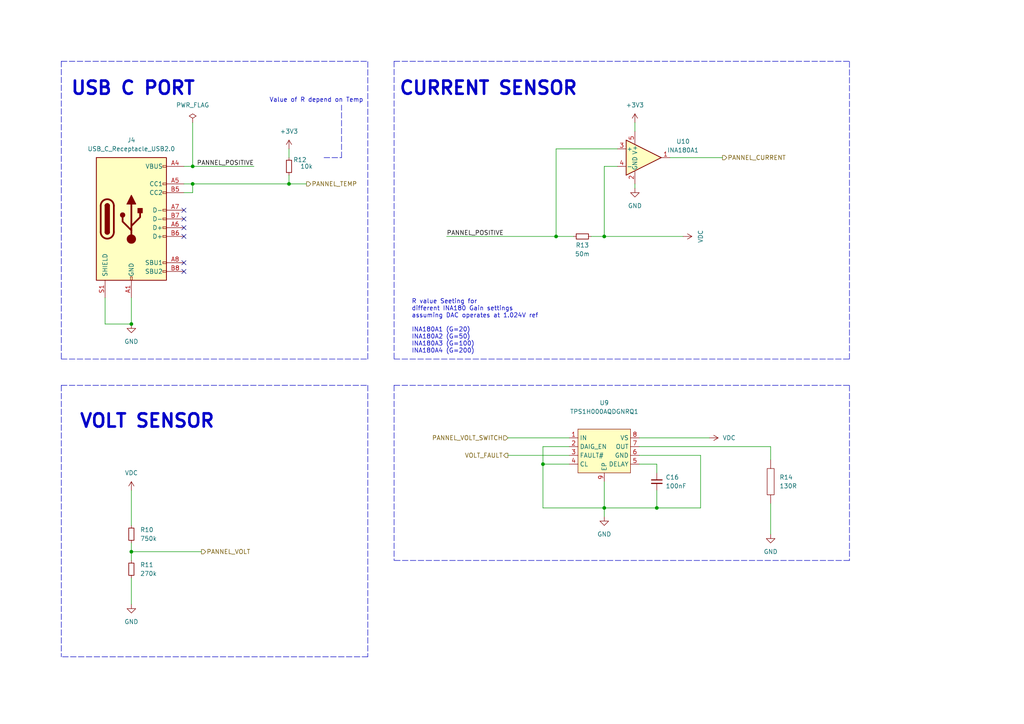
<source format=kicad_sch>
(kicad_sch (version 20211123) (generator eeschema)

  (uuid 1fe5b5b4-66e0-458a-8480-193c043d0cac)

  (paper "A4")

  (lib_symbols
    (symbol "Amplifier_Current:INA180A1" (pin_names (offset 0.127)) (in_bom yes) (on_board yes)
      (property "Reference" "U" (id 0) (at 3.81 3.81 0)
        (effects (font (size 1.27 1.27)) (justify left))
      )
      (property "Value" "INA180A1" (id 1) (at 3.81 -2.54 0)
        (effects (font (size 1.27 1.27)) (justify left))
      )
      (property "Footprint" "Package_TO_SOT_SMD:SOT-23-5" (id 2) (at 1.27 1.27 0)
        (effects (font (size 1.27 1.27)) hide)
      )
      (property "Datasheet" "http://www.ti.com/lit/ds/symlink/ina180.pdf" (id 3) (at 3.81 3.81 0)
        (effects (font (size 1.27 1.27)) hide)
      )
      (property "ki_keywords" "current monitor shunt sensor" (id 4) (at 0 0 0)
        (effects (font (size 1.27 1.27)) hide)
      )
      (property "ki_description" "Current Sense Amplifier, 1 Circuit, Rail-to-Rail, 26V, Gain 20 V/V, SOT-23-5" (id 5) (at 0 0 0)
        (effects (font (size 1.27 1.27)) hide)
      )
      (property "ki_fp_filters" "SOT?23*" (id 6) (at 0 0 0)
        (effects (font (size 1.27 1.27)) hide)
      )
      (symbol "INA180A1_0_1"
        (polyline
          (pts
            (xy 5.08 0)
            (xy -5.08 5.08)
            (xy -5.08 -5.08)
            (xy 5.08 0)
          )
          (stroke (width 0.254) (type default) (color 0 0 0 0))
          (fill (type background))
        )
      )
      (symbol "INA180A1_1_1"
        (pin output line (at 7.62 0 180) (length 2.54)
          (name "~" (effects (font (size 1.27 1.27))))
          (number "1" (effects (font (size 1.27 1.27))))
        )
        (pin power_in line (at -2.54 -7.62 90) (length 3.81)
          (name "GND" (effects (font (size 1.27 1.27))))
          (number "2" (effects (font (size 1.27 1.27))))
        )
        (pin input line (at -7.62 2.54 0) (length 2.54)
          (name "+" (effects (font (size 1.27 1.27))))
          (number "3" (effects (font (size 1.27 1.27))))
        )
        (pin input line (at -7.62 -2.54 0) (length 2.54)
          (name "-" (effects (font (size 1.27 1.27))))
          (number "4" (effects (font (size 1.27 1.27))))
        )
        (pin power_in line (at -2.54 7.62 270) (length 3.81)
          (name "V+" (effects (font (size 1.27 1.27))))
          (number "5" (effects (font (size 1.27 1.27))))
        )
      )
    )
    (symbol "Connector:USB_C_Receptacle_USB2.0" (pin_names (offset 1.016)) (in_bom yes) (on_board yes)
      (property "Reference" "J" (id 0) (at -10.16 19.05 0)
        (effects (font (size 1.27 1.27)) (justify left))
      )
      (property "Value" "USB_C_Receptacle_USB2.0" (id 1) (at 19.05 19.05 0)
        (effects (font (size 1.27 1.27)) (justify right))
      )
      (property "Footprint" "" (id 2) (at 3.81 0 0)
        (effects (font (size 1.27 1.27)) hide)
      )
      (property "Datasheet" "https://www.usb.org/sites/default/files/documents/usb_type-c.zip" (id 3) (at 3.81 0 0)
        (effects (font (size 1.27 1.27)) hide)
      )
      (property "ki_keywords" "usb universal serial bus type-C USB2.0" (id 4) (at 0 0 0)
        (effects (font (size 1.27 1.27)) hide)
      )
      (property "ki_description" "USB 2.0-only Type-C Receptacle connector" (id 5) (at 0 0 0)
        (effects (font (size 1.27 1.27)) hide)
      )
      (property "ki_fp_filters" "USB*C*Receptacle*" (id 6) (at 0 0 0)
        (effects (font (size 1.27 1.27)) hide)
      )
      (symbol "USB_C_Receptacle_USB2.0_0_0"
        (rectangle (start -0.254 -17.78) (end 0.254 -16.764)
          (stroke (width 0) (type default) (color 0 0 0 0))
          (fill (type none))
        )
        (rectangle (start 10.16 -14.986) (end 9.144 -15.494)
          (stroke (width 0) (type default) (color 0 0 0 0))
          (fill (type none))
        )
        (rectangle (start 10.16 -12.446) (end 9.144 -12.954)
          (stroke (width 0) (type default) (color 0 0 0 0))
          (fill (type none))
        )
        (rectangle (start 10.16 -4.826) (end 9.144 -5.334)
          (stroke (width 0) (type default) (color 0 0 0 0))
          (fill (type none))
        )
        (rectangle (start 10.16 -2.286) (end 9.144 -2.794)
          (stroke (width 0) (type default) (color 0 0 0 0))
          (fill (type none))
        )
        (rectangle (start 10.16 0.254) (end 9.144 -0.254)
          (stroke (width 0) (type default) (color 0 0 0 0))
          (fill (type none))
        )
        (rectangle (start 10.16 2.794) (end 9.144 2.286)
          (stroke (width 0) (type default) (color 0 0 0 0))
          (fill (type none))
        )
        (rectangle (start 10.16 7.874) (end 9.144 7.366)
          (stroke (width 0) (type default) (color 0 0 0 0))
          (fill (type none))
        )
        (rectangle (start 10.16 10.414) (end 9.144 9.906)
          (stroke (width 0) (type default) (color 0 0 0 0))
          (fill (type none))
        )
        (rectangle (start 10.16 15.494) (end 9.144 14.986)
          (stroke (width 0) (type default) (color 0 0 0 0))
          (fill (type none))
        )
      )
      (symbol "USB_C_Receptacle_USB2.0_0_1"
        (rectangle (start -10.16 17.78) (end 10.16 -17.78)
          (stroke (width 0.254) (type default) (color 0 0 0 0))
          (fill (type background))
        )
        (arc (start -8.89 -3.81) (mid -6.985 -5.715) (end -5.08 -3.81)
          (stroke (width 0.508) (type default) (color 0 0 0 0))
          (fill (type none))
        )
        (arc (start -7.62 -3.81) (mid -6.985 -4.445) (end -6.35 -3.81)
          (stroke (width 0.254) (type default) (color 0 0 0 0))
          (fill (type none))
        )
        (arc (start -7.62 -3.81) (mid -6.985 -4.445) (end -6.35 -3.81)
          (stroke (width 0.254) (type default) (color 0 0 0 0))
          (fill (type outline))
        )
        (rectangle (start -7.62 -3.81) (end -6.35 3.81)
          (stroke (width 0.254) (type default) (color 0 0 0 0))
          (fill (type outline))
        )
        (arc (start -6.35 3.81) (mid -6.985 4.445) (end -7.62 3.81)
          (stroke (width 0.254) (type default) (color 0 0 0 0))
          (fill (type none))
        )
        (arc (start -6.35 3.81) (mid -6.985 4.445) (end -7.62 3.81)
          (stroke (width 0.254) (type default) (color 0 0 0 0))
          (fill (type outline))
        )
        (arc (start -5.08 3.81) (mid -6.985 5.715) (end -8.89 3.81)
          (stroke (width 0.508) (type default) (color 0 0 0 0))
          (fill (type none))
        )
        (circle (center -2.54 1.143) (radius 0.635)
          (stroke (width 0.254) (type default) (color 0 0 0 0))
          (fill (type outline))
        )
        (circle (center 0 -5.842) (radius 1.27)
          (stroke (width 0) (type default) (color 0 0 0 0))
          (fill (type outline))
        )
        (polyline
          (pts
            (xy -8.89 -3.81)
            (xy -8.89 3.81)
          )
          (stroke (width 0.508) (type default) (color 0 0 0 0))
          (fill (type none))
        )
        (polyline
          (pts
            (xy -5.08 3.81)
            (xy -5.08 -3.81)
          )
          (stroke (width 0.508) (type default) (color 0 0 0 0))
          (fill (type none))
        )
        (polyline
          (pts
            (xy 0 -5.842)
            (xy 0 4.318)
          )
          (stroke (width 0.508) (type default) (color 0 0 0 0))
          (fill (type none))
        )
        (polyline
          (pts
            (xy 0 -3.302)
            (xy -2.54 -0.762)
            (xy -2.54 0.508)
          )
          (stroke (width 0.508) (type default) (color 0 0 0 0))
          (fill (type none))
        )
        (polyline
          (pts
            (xy 0 -2.032)
            (xy 2.54 0.508)
            (xy 2.54 1.778)
          )
          (stroke (width 0.508) (type default) (color 0 0 0 0))
          (fill (type none))
        )
        (polyline
          (pts
            (xy -1.27 4.318)
            (xy 0 6.858)
            (xy 1.27 4.318)
            (xy -1.27 4.318)
          )
          (stroke (width 0.254) (type default) (color 0 0 0 0))
          (fill (type outline))
        )
        (rectangle (start 1.905 1.778) (end 3.175 3.048)
          (stroke (width 0.254) (type default) (color 0 0 0 0))
          (fill (type outline))
        )
      )
      (symbol "USB_C_Receptacle_USB2.0_1_1"
        (pin passive line (at 0 -22.86 90) (length 5.08)
          (name "GND" (effects (font (size 1.27 1.27))))
          (number "A1" (effects (font (size 1.27 1.27))))
        )
        (pin passive line (at 0 -22.86 90) (length 5.08) hide
          (name "GND" (effects (font (size 1.27 1.27))))
          (number "A12" (effects (font (size 1.27 1.27))))
        )
        (pin passive line (at 15.24 15.24 180) (length 5.08)
          (name "VBUS" (effects (font (size 1.27 1.27))))
          (number "A4" (effects (font (size 1.27 1.27))))
        )
        (pin bidirectional line (at 15.24 10.16 180) (length 5.08)
          (name "CC1" (effects (font (size 1.27 1.27))))
          (number "A5" (effects (font (size 1.27 1.27))))
        )
        (pin bidirectional line (at 15.24 -2.54 180) (length 5.08)
          (name "D+" (effects (font (size 1.27 1.27))))
          (number "A6" (effects (font (size 1.27 1.27))))
        )
        (pin bidirectional line (at 15.24 2.54 180) (length 5.08)
          (name "D-" (effects (font (size 1.27 1.27))))
          (number "A7" (effects (font (size 1.27 1.27))))
        )
        (pin bidirectional line (at 15.24 -12.7 180) (length 5.08)
          (name "SBU1" (effects (font (size 1.27 1.27))))
          (number "A8" (effects (font (size 1.27 1.27))))
        )
        (pin passive line (at 15.24 15.24 180) (length 5.08) hide
          (name "VBUS" (effects (font (size 1.27 1.27))))
          (number "A9" (effects (font (size 1.27 1.27))))
        )
        (pin passive line (at 0 -22.86 90) (length 5.08) hide
          (name "GND" (effects (font (size 1.27 1.27))))
          (number "B1" (effects (font (size 1.27 1.27))))
        )
        (pin passive line (at 0 -22.86 90) (length 5.08) hide
          (name "GND" (effects (font (size 1.27 1.27))))
          (number "B12" (effects (font (size 1.27 1.27))))
        )
        (pin passive line (at 15.24 15.24 180) (length 5.08) hide
          (name "VBUS" (effects (font (size 1.27 1.27))))
          (number "B4" (effects (font (size 1.27 1.27))))
        )
        (pin bidirectional line (at 15.24 7.62 180) (length 5.08)
          (name "CC2" (effects (font (size 1.27 1.27))))
          (number "B5" (effects (font (size 1.27 1.27))))
        )
        (pin bidirectional line (at 15.24 -5.08 180) (length 5.08)
          (name "D+" (effects (font (size 1.27 1.27))))
          (number "B6" (effects (font (size 1.27 1.27))))
        )
        (pin bidirectional line (at 15.24 0 180) (length 5.08)
          (name "D-" (effects (font (size 1.27 1.27))))
          (number "B7" (effects (font (size 1.27 1.27))))
        )
        (pin bidirectional line (at 15.24 -15.24 180) (length 5.08)
          (name "SBU2" (effects (font (size 1.27 1.27))))
          (number "B8" (effects (font (size 1.27 1.27))))
        )
        (pin passive line (at 15.24 15.24 180) (length 5.08) hide
          (name "VBUS" (effects (font (size 1.27 1.27))))
          (number "B9" (effects (font (size 1.27 1.27))))
        )
        (pin passive line (at -7.62 -22.86 90) (length 5.08)
          (name "SHIELD" (effects (font (size 1.27 1.27))))
          (number "S1" (effects (font (size 1.27 1.27))))
        )
      )
    )
    (symbol "Device:C_Small" (pin_numbers hide) (pin_names (offset 0.254) hide) (in_bom yes) (on_board yes)
      (property "Reference" "C" (id 0) (at 0.254 1.778 0)
        (effects (font (size 1.27 1.27)) (justify left))
      )
      (property "Value" "C_Small" (id 1) (at 0.254 -2.032 0)
        (effects (font (size 1.27 1.27)) (justify left))
      )
      (property "Footprint" "" (id 2) (at 0 0 0)
        (effects (font (size 1.27 1.27)) hide)
      )
      (property "Datasheet" "~" (id 3) (at 0 0 0)
        (effects (font (size 1.27 1.27)) hide)
      )
      (property "ki_keywords" "capacitor cap" (id 4) (at 0 0 0)
        (effects (font (size 1.27 1.27)) hide)
      )
      (property "ki_description" "Unpolarized capacitor, small symbol" (id 5) (at 0 0 0)
        (effects (font (size 1.27 1.27)) hide)
      )
      (property "ki_fp_filters" "C_*" (id 6) (at 0 0 0)
        (effects (font (size 1.27 1.27)) hide)
      )
      (symbol "C_Small_0_1"
        (polyline
          (pts
            (xy -1.524 -0.508)
            (xy 1.524 -0.508)
          )
          (stroke (width 0.3302) (type default) (color 0 0 0 0))
          (fill (type none))
        )
        (polyline
          (pts
            (xy -1.524 0.508)
            (xy 1.524 0.508)
          )
          (stroke (width 0.3048) (type default) (color 0 0 0 0))
          (fill (type none))
        )
      )
      (symbol "C_Small_1_1"
        (pin passive line (at 0 2.54 270) (length 2.032)
          (name "~" (effects (font (size 1.27 1.27))))
          (number "1" (effects (font (size 1.27 1.27))))
        )
        (pin passive line (at 0 -2.54 90) (length 2.032)
          (name "~" (effects (font (size 1.27 1.27))))
          (number "2" (effects (font (size 1.27 1.27))))
        )
      )
    )
    (symbol "Device:R_Small" (pin_numbers hide) (pin_names (offset 0.254) hide) (in_bom yes) (on_board yes)
      (property "Reference" "R" (id 0) (at 0.762 0.508 0)
        (effects (font (size 1.27 1.27)) (justify left))
      )
      (property "Value" "R_Small" (id 1) (at 0.762 -1.016 0)
        (effects (font (size 1.27 1.27)) (justify left))
      )
      (property "Footprint" "" (id 2) (at 0 0 0)
        (effects (font (size 1.27 1.27)) hide)
      )
      (property "Datasheet" "~" (id 3) (at 0 0 0)
        (effects (font (size 1.27 1.27)) hide)
      )
      (property "ki_keywords" "R resistor" (id 4) (at 0 0 0)
        (effects (font (size 1.27 1.27)) hide)
      )
      (property "ki_description" "Resistor, small symbol" (id 5) (at 0 0 0)
        (effects (font (size 1.27 1.27)) hide)
      )
      (property "ki_fp_filters" "R_*" (id 6) (at 0 0 0)
        (effects (font (size 1.27 1.27)) hide)
      )
      (symbol "R_Small_0_1"
        (rectangle (start -0.762 1.778) (end 0.762 -1.778)
          (stroke (width 0.2032) (type default) (color 0 0 0 0))
          (fill (type none))
        )
      )
      (symbol "R_Small_1_1"
        (pin passive line (at 0 2.54 270) (length 0.762)
          (name "~" (effects (font (size 1.27 1.27))))
          (number "1" (effects (font (size 1.27 1.27))))
        )
        (pin passive line (at 0 -2.54 90) (length 0.762)
          (name "~" (effects (font (size 1.27 1.27))))
          (number "2" (effects (font (size 1.27 1.27))))
        )
      )
    )
    (symbol "Texas:TPS1H000AQDGNRQ1" (in_bom yes) (on_board yes)
      (property "Reference" "U?" (id 0) (at 0 26.035 0)
        (effects (font (size 1.27 1.27)))
      )
      (property "Value" "TPS1H000AQDGNRQ1" (id 1) (at 0 23.495 0)
        (effects (font (size 1.27 1.27)))
      )
      (property "Footprint" "Package_SO:MSOP-8-1EP_3x3mm_P0.65mm_EP1.95x2.15mm" (id 2) (at -2.54 0 0)
        (effects (font (size 1.27 1.27)) hide)
      )
      (property "Datasheet" "" (id 3) (at -2.54 0 0)
        (effects (font (size 1.27 1.27)) hide)
      )
      (symbol "TPS1H000AQDGNRQ1_0_1"
        (rectangle (start -7.62 12.7) (end 7.62 0)
          (stroke (width 0) (type default) (color 0 0 0 0))
          (fill (type background))
        )
      )
      (symbol "TPS1H000AQDGNRQ1_1_1"
        (pin input line (at -10.16 10.16 0) (length 2.54)
          (name "IN" (effects (font (size 1.27 1.27))))
          (number "1" (effects (font (size 1.27 1.27))))
        )
        (pin input line (at -10.16 7.62 0) (length 2.54)
          (name "DAIG_EN" (effects (font (size 1.27 1.27))))
          (number "2" (effects (font (size 1.27 1.27))))
        )
        (pin input line (at -10.16 5.08 0) (length 2.54)
          (name "FAULT#" (effects (font (size 1.27 1.27))))
          (number "3" (effects (font (size 1.27 1.27))))
        )
        (pin input line (at -10.16 2.54 0) (length 2.54)
          (name "CL" (effects (font (size 1.27 1.27))))
          (number "4" (effects (font (size 1.27 1.27))))
        )
        (pin input line (at 10.16 2.54 180) (length 2.54)
          (name "DELAY" (effects (font (size 1.27 1.27))))
          (number "5" (effects (font (size 1.27 1.27))))
        )
        (pin power_in line (at 10.16 5.08 180) (length 2.54)
          (name "GND" (effects (font (size 1.27 1.27))))
          (number "6" (effects (font (size 1.27 1.27))))
        )
        (pin power_out line (at 10.16 7.62 180) (length 2.54)
          (name "OUT" (effects (font (size 1.27 1.27))))
          (number "7" (effects (font (size 1.27 1.27))))
        )
        (pin power_in line (at 10.16 10.16 180) (length 2.54)
          (name "VS" (effects (font (size 1.27 1.27))))
          (number "8" (effects (font (size 1.27 1.27))))
        )
        (pin input line (at 0 -2.54 90) (length 2.54)
          (name "EP" (effects (font (size 1.27 1.27))))
          (number "9" (effects (font (size 1.27 1.27))))
        )
      )
    )
    (symbol "power:+3V3" (power) (pin_names (offset 0)) (in_bom yes) (on_board yes)
      (property "Reference" "#PWR" (id 0) (at 0 -3.81 0)
        (effects (font (size 1.27 1.27)) hide)
      )
      (property "Value" "+3V3" (id 1) (at 0 3.556 0)
        (effects (font (size 1.27 1.27)))
      )
      (property "Footprint" "" (id 2) (at 0 0 0)
        (effects (font (size 1.27 1.27)) hide)
      )
      (property "Datasheet" "" (id 3) (at 0 0 0)
        (effects (font (size 1.27 1.27)) hide)
      )
      (property "ki_keywords" "power-flag" (id 4) (at 0 0 0)
        (effects (font (size 1.27 1.27)) hide)
      )
      (property "ki_description" "Power symbol creates a global label with name \"+3V3\"" (id 5) (at 0 0 0)
        (effects (font (size 1.27 1.27)) hide)
      )
      (symbol "+3V3_0_1"
        (polyline
          (pts
            (xy -0.762 1.27)
            (xy 0 2.54)
          )
          (stroke (width 0) (type default) (color 0 0 0 0))
          (fill (type none))
        )
        (polyline
          (pts
            (xy 0 0)
            (xy 0 2.54)
          )
          (stroke (width 0) (type default) (color 0 0 0 0))
          (fill (type none))
        )
        (polyline
          (pts
            (xy 0 2.54)
            (xy 0.762 1.27)
          )
          (stroke (width 0) (type default) (color 0 0 0 0))
          (fill (type none))
        )
      )
      (symbol "+3V3_1_1"
        (pin power_in line (at 0 0 90) (length 0) hide
          (name "+3V3" (effects (font (size 1.27 1.27))))
          (number "1" (effects (font (size 1.27 1.27))))
        )
      )
    )
    (symbol "power:GND" (power) (pin_names (offset 0)) (in_bom yes) (on_board yes)
      (property "Reference" "#PWR" (id 0) (at 0 -6.35 0)
        (effects (font (size 1.27 1.27)) hide)
      )
      (property "Value" "GND" (id 1) (at 0 -3.81 0)
        (effects (font (size 1.27 1.27)))
      )
      (property "Footprint" "" (id 2) (at 0 0 0)
        (effects (font (size 1.27 1.27)) hide)
      )
      (property "Datasheet" "" (id 3) (at 0 0 0)
        (effects (font (size 1.27 1.27)) hide)
      )
      (property "ki_keywords" "power-flag" (id 4) (at 0 0 0)
        (effects (font (size 1.27 1.27)) hide)
      )
      (property "ki_description" "Power symbol creates a global label with name \"GND\" , ground" (id 5) (at 0 0 0)
        (effects (font (size 1.27 1.27)) hide)
      )
      (symbol "GND_0_1"
        (polyline
          (pts
            (xy 0 0)
            (xy 0 -1.27)
            (xy 1.27 -1.27)
            (xy 0 -2.54)
            (xy -1.27 -1.27)
            (xy 0 -1.27)
          )
          (stroke (width 0) (type default) (color 0 0 0 0))
          (fill (type none))
        )
      )
      (symbol "GND_1_1"
        (pin power_in line (at 0 0 270) (length 0) hide
          (name "GND" (effects (font (size 1.27 1.27))))
          (number "1" (effects (font (size 1.27 1.27))))
        )
      )
    )
    (symbol "power:PWR_FLAG" (power) (pin_numbers hide) (pin_names (offset 0) hide) (in_bom yes) (on_board yes)
      (property "Reference" "#FLG" (id 0) (at 0 1.905 0)
        (effects (font (size 1.27 1.27)) hide)
      )
      (property "Value" "PWR_FLAG" (id 1) (at 0 3.81 0)
        (effects (font (size 1.27 1.27)))
      )
      (property "Footprint" "" (id 2) (at 0 0 0)
        (effects (font (size 1.27 1.27)) hide)
      )
      (property "Datasheet" "~" (id 3) (at 0 0 0)
        (effects (font (size 1.27 1.27)) hide)
      )
      (property "ki_keywords" "power-flag" (id 4) (at 0 0 0)
        (effects (font (size 1.27 1.27)) hide)
      )
      (property "ki_description" "Special symbol for telling ERC where power comes from" (id 5) (at 0 0 0)
        (effects (font (size 1.27 1.27)) hide)
      )
      (symbol "PWR_FLAG_0_0"
        (pin power_out line (at 0 0 90) (length 0)
          (name "pwr" (effects (font (size 1.27 1.27))))
          (number "1" (effects (font (size 1.27 1.27))))
        )
      )
      (symbol "PWR_FLAG_0_1"
        (polyline
          (pts
            (xy 0 0)
            (xy 0 1.27)
            (xy -1.016 1.905)
            (xy 0 2.54)
            (xy 1.016 1.905)
            (xy 0 1.27)
          )
          (stroke (width 0) (type default) (color 0 0 0 0))
          (fill (type none))
        )
      )
    )
    (symbol "power:VDC" (power) (pin_names (offset 0)) (in_bom yes) (on_board yes)
      (property "Reference" "#PWR" (id 0) (at 0 -2.54 0)
        (effects (font (size 1.27 1.27)) hide)
      )
      (property "Value" "VDC" (id 1) (at 0 6.35 0)
        (effects (font (size 1.27 1.27)))
      )
      (property "Footprint" "" (id 2) (at 0 0 0)
        (effects (font (size 1.27 1.27)) hide)
      )
      (property "Datasheet" "" (id 3) (at 0 0 0)
        (effects (font (size 1.27 1.27)) hide)
      )
      (property "ki_keywords" "power-flag" (id 4) (at 0 0 0)
        (effects (font (size 1.27 1.27)) hide)
      )
      (property "ki_description" "Power symbol creates a global label with name \"VDC\"" (id 5) (at 0 0 0)
        (effects (font (size 1.27 1.27)) hide)
      )
      (symbol "VDC_0_1"
        (polyline
          (pts
            (xy -0.762 1.27)
            (xy 0 2.54)
          )
          (stroke (width 0) (type default) (color 0 0 0 0))
          (fill (type none))
        )
        (polyline
          (pts
            (xy 0 0)
            (xy 0 2.54)
          )
          (stroke (width 0) (type default) (color 0 0 0 0))
          (fill (type none))
        )
        (polyline
          (pts
            (xy 0 2.54)
            (xy 0.762 1.27)
          )
          (stroke (width 0) (type default) (color 0 0 0 0))
          (fill (type none))
        )
      )
      (symbol "VDC_1_1"
        (pin power_in line (at 0 0 90) (length 0) hide
          (name "VDC" (effects (font (size 1.27 1.27))))
          (number "1" (effects (font (size 1.27 1.27))))
        )
      )
    )
    (symbol "pspice:R" (pin_numbers hide) (pin_names (offset 0)) (in_bom yes) (on_board yes)
      (property "Reference" "R" (id 0) (at 2.032 0 90)
        (effects (font (size 1.27 1.27)))
      )
      (property "Value" "R" (id 1) (at 0 0 90)
        (effects (font (size 1.27 1.27)))
      )
      (property "Footprint" "" (id 2) (at 0 0 0)
        (effects (font (size 1.27 1.27)) hide)
      )
      (property "Datasheet" "~" (id 3) (at 0 0 0)
        (effects (font (size 1.27 1.27)) hide)
      )
      (property "ki_keywords" "resistor simulation" (id 4) (at 0 0 0)
        (effects (font (size 1.27 1.27)) hide)
      )
      (property "ki_description" "Resistor symbol for simulation only" (id 5) (at 0 0 0)
        (effects (font (size 1.27 1.27)) hide)
      )
      (symbol "R_0_1"
        (rectangle (start -1.016 3.81) (end 1.016 -3.81)
          (stroke (width 0) (type default) (color 0 0 0 0))
          (fill (type none))
        )
      )
      (symbol "R_1_1"
        (pin passive line (at 0 6.35 270) (length 2.54)
          (name "~" (effects (font (size 1.27 1.27))))
          (number "1" (effects (font (size 1.27 1.27))))
        )
        (pin passive line (at 0 -6.35 90) (length 2.54)
          (name "~" (effects (font (size 1.27 1.27))))
          (number "2" (effects (font (size 1.27 1.27))))
        )
      )
    )
  )

  (junction (at 55.88 48.26) (diameter 0) (color 0 0 0 0)
    (uuid 34467079-84ad-40f9-bf5b-17a0134328bf)
  )
  (junction (at 157.48 134.62) (diameter 0) (color 0 0 0 0)
    (uuid 394e8182-76ae-430f-9e3d-4fbd39e823a7)
  )
  (junction (at 190.5 147.32) (diameter 0) (color 0 0 0 0)
    (uuid 453b6101-49ee-45d3-b1e7-ca8d255cbf2e)
  )
  (junction (at 175.26 147.32) (diameter 0) (color 0 0 0 0)
    (uuid 55f6c5a1-c7f6-4c03-b108-743494da630a)
  )
  (junction (at 55.88 53.34) (diameter 0) (color 0 0 0 0)
    (uuid 76603769-bda8-4658-a9dc-7b0db4243bbe)
  )
  (junction (at 83.82 53.34) (diameter 0) (color 0 0 0 0)
    (uuid 80f6c484-c580-4073-a9aa-8f278006767e)
  )
  (junction (at 161.29 68.58) (diameter 0) (color 0 0 0 0)
    (uuid 94d080f9-203e-4036-9961-a76b7374ce0c)
  )
  (junction (at 175.26 68.58) (diameter 0) (color 0 0 0 0)
    (uuid ad748dfb-6a03-47a9-ae71-8fbe051d7769)
  )
  (junction (at 38.1 160.02) (diameter 0) (color 0 0 0 0)
    (uuid d29ad355-8426-4bff-8de2-614539dd8b94)
  )
  (junction (at 38.1 93.98) (diameter 0) (color 0 0 0 0)
    (uuid ecd40092-f72d-4e85-82c5-6b4545e72fbf)
  )

  (no_connect (at 53.34 68.58) (uuid 0cfce0a8-751e-4270-a056-f72d40e23950))
  (no_connect (at 53.34 78.74) (uuid 4070a9f9-1990-44a4-bac4-3b7643fc74e3))
  (no_connect (at 53.34 60.96) (uuid 5c91a545-f3e5-4ff5-8f7e-93b464fd4038))
  (no_connect (at 53.34 63.5) (uuid c6bab04f-4bae-4799-98dd-3548865d46ec))
  (no_connect (at 53.34 76.2) (uuid d0ad5726-1d2c-4419-a64d-6a6985a6ec41))
  (no_connect (at 53.34 66.04) (uuid d5247552-cd6b-40c5-8d9f-5be608b3361c))

  (wire (pts (xy 147.32 127) (xy 165.1 127))
    (stroke (width 0) (type default) (color 0 0 0 0))
    (uuid 0043b7e6-897b-448f-8313-6406d699ddf6)
  )
  (polyline (pts (xy 17.78 111.76) (xy 106.68 111.76))
    (stroke (width 0) (type default) (color 0 0 0 0))
    (uuid 049a0bb0-fe8c-468e-8fac-e53c7fab3509)
  )

  (wire (pts (xy 147.32 132.08) (xy 165.1 132.08))
    (stroke (width 0) (type default) (color 0 0 0 0))
    (uuid 05495bd2-f2e9-4061-99df-0a4359fae58d)
  )
  (wire (pts (xy 203.2 147.32) (xy 190.5 147.32))
    (stroke (width 0) (type default) (color 0 0 0 0))
    (uuid 07bac90f-3cc2-482f-b4c9-8c22680299c1)
  )
  (wire (pts (xy 30.48 93.98) (xy 38.1 93.98))
    (stroke (width 0) (type default) (color 0 0 0 0))
    (uuid 082c53cc-c448-4b94-adbd-cb807fc43561)
  )
  (wire (pts (xy 38.1 160.02) (xy 38.1 162.56))
    (stroke (width 0) (type default) (color 0 0 0 0))
    (uuid 17e37478-c430-4b1e-824a-838bbeaccfe5)
  )
  (wire (pts (xy 83.82 53.34) (xy 88.9 53.34))
    (stroke (width 0) (type default) (color 0 0 0 0))
    (uuid 19ffa995-a84b-4d3c-a05b-4040608bf7de)
  )
  (wire (pts (xy 190.5 134.62) (xy 185.42 134.62))
    (stroke (width 0) (type default) (color 0 0 0 0))
    (uuid 1b12c311-3055-42d4-8ecb-5312faab62dc)
  )
  (wire (pts (xy 184.15 53.34) (xy 184.15 54.61))
    (stroke (width 0) (type default) (color 0 0 0 0))
    (uuid 1c0b0f18-c33a-442e-a438-d2da2d7fff97)
  )
  (polyline (pts (xy 114.3 104.14) (xy 246.38 104.14))
    (stroke (width 0) (type default) (color 0 0 0 0))
    (uuid 1e08dcc5-5537-4bb2-bbac-30fd22b85457)
  )

  (wire (pts (xy 190.5 147.32) (xy 175.26 147.32))
    (stroke (width 0) (type default) (color 0 0 0 0))
    (uuid 1ee492e8-d7b8-4695-baab-64cea7103bbc)
  )
  (polyline (pts (xy 106.68 190.5) (xy 17.78 190.5))
    (stroke (width 0) (type default) (color 0 0 0 0))
    (uuid 29eb8fb9-d979-4d98-92f7-cc8da66a46dd)
  )

  (wire (pts (xy 165.1 129.54) (xy 157.48 129.54))
    (stroke (width 0) (type default) (color 0 0 0 0))
    (uuid 2c7bfe5a-6635-4cc3-8faf-66c322903165)
  )
  (wire (pts (xy 157.48 147.32) (xy 175.26 147.32))
    (stroke (width 0) (type default) (color 0 0 0 0))
    (uuid 34337f64-0eee-4284-90a4-f89c286bff8b)
  )
  (wire (pts (xy 190.5 142.24) (xy 190.5 147.32))
    (stroke (width 0) (type default) (color 0 0 0 0))
    (uuid 37be1b53-3ff3-4ad1-8977-432ea7c00835)
  )
  (wire (pts (xy 30.48 86.36) (xy 30.48 93.98))
    (stroke (width 0) (type default) (color 0 0 0 0))
    (uuid 382b723d-3486-42c1-9cae-c6dc3a62872e)
  )
  (wire (pts (xy 55.88 48.26) (xy 73.66 48.26))
    (stroke (width 0) (type default) (color 0 0 0 0))
    (uuid 3ac3a79c-63e0-4b52-9bd8-0921969983b8)
  )
  (wire (pts (xy 53.34 53.34) (xy 55.88 53.34))
    (stroke (width 0) (type default) (color 0 0 0 0))
    (uuid 3acc8866-7b60-43b0-8fd3-5b5a4d9bc97f)
  )
  (wire (pts (xy 83.82 50.8) (xy 83.82 53.34))
    (stroke (width 0) (type default) (color 0 0 0 0))
    (uuid 44a77385-dc29-4a2f-9e7f-43612d2beced)
  )
  (wire (pts (xy 53.34 55.88) (xy 55.88 55.88))
    (stroke (width 0) (type default) (color 0 0 0 0))
    (uuid 4719a7bf-4854-4b4a-a219-281bd5c896f4)
  )
  (polyline (pts (xy 246.38 111.76) (xy 246.38 162.56))
    (stroke (width 0) (type default) (color 0 0 0 0))
    (uuid 47f71275-b4d0-46fa-95de-86674361e6cf)
  )

  (wire (pts (xy 175.26 48.26) (xy 175.26 68.58))
    (stroke (width 0) (type default) (color 0 0 0 0))
    (uuid 48a3fadd-ffbc-440c-a4d0-a42b5b140042)
  )
  (wire (pts (xy 205.74 127) (xy 185.42 127))
    (stroke (width 0) (type default) (color 0 0 0 0))
    (uuid 4d51c81d-3bcf-4e51-bb51-20ab665586e5)
  )
  (wire (pts (xy 129.54 68.58) (xy 161.29 68.58))
    (stroke (width 0) (type default) (color 0 0 0 0))
    (uuid 4fe8b6ff-5256-411b-bb40-e424901ce36a)
  )
  (wire (pts (xy 223.52 129.54) (xy 223.52 133.35))
    (stroke (width 0) (type default) (color 0 0 0 0))
    (uuid 54773cc4-0f26-4225-827d-7fc3beed684b)
  )
  (polyline (pts (xy 17.78 104.14) (xy 106.68 104.14))
    (stroke (width 0) (type default) (color 0 0 0 0))
    (uuid 5a386b56-ba16-41cf-9579-9871005e3c27)
  )

  (wire (pts (xy 157.48 129.54) (xy 157.48 134.62))
    (stroke (width 0) (type default) (color 0 0 0 0))
    (uuid 5cc9aa8e-abbc-4148-b65b-4f4667fdfdd0)
  )
  (wire (pts (xy 185.42 129.54) (xy 223.52 129.54))
    (stroke (width 0) (type default) (color 0 0 0 0))
    (uuid 5cf3d8f8-e63f-45e3-958a-4f0c5d1c9e56)
  )
  (wire (pts (xy 55.88 53.34) (xy 83.82 53.34))
    (stroke (width 0) (type default) (color 0 0 0 0))
    (uuid 647c1d9a-0541-42ec-8745-5e220077dd28)
  )
  (wire (pts (xy 203.2 132.08) (xy 203.2 147.32))
    (stroke (width 0) (type default) (color 0 0 0 0))
    (uuid 6907f3cb-6d3a-4cdd-897e-c21fa70dd633)
  )
  (wire (pts (xy 38.1 142.24) (xy 38.1 152.4))
    (stroke (width 0) (type default) (color 0 0 0 0))
    (uuid 69202e02-fb66-4409-9e1f-4583444af66d)
  )
  (wire (pts (xy 157.48 134.62) (xy 165.1 134.62))
    (stroke (width 0) (type default) (color 0 0 0 0))
    (uuid 699e2793-8837-4c28-9c10-18cac76aa2f1)
  )
  (wire (pts (xy 38.1 157.48) (xy 38.1 160.02))
    (stroke (width 0) (type default) (color 0 0 0 0))
    (uuid 6ac8e9bc-7ee3-4ad1-ab53-97b1f4c3570a)
  )
  (polyline (pts (xy 93.98 45.72) (xy 99.06 45.72))
    (stroke (width 0) (type default) (color 0 0 0 0))
    (uuid 6fd94c2d-5a40-4b60-90b4-d39f1d67cd5e)
  )
  (polyline (pts (xy 99.06 45.72) (xy 99.06 30.48))
    (stroke (width 0) (type default) (color 0 0 0 0))
    (uuid 7d1f426f-fd15-4c09-b2ca-ba7b2032bc10)
  )

  (wire (pts (xy 53.34 48.26) (xy 55.88 48.26))
    (stroke (width 0) (type default) (color 0 0 0 0))
    (uuid 7f966874-2ce1-4e40-9ed0-7913f3a4e21e)
  )
  (polyline (pts (xy 17.78 17.78) (xy 106.68 17.78))
    (stroke (width 0) (type default) (color 0 0 0 0))
    (uuid 7fc2fb79-6d7c-4b4f-9a83-a8eaedaac91a)
  )
  (polyline (pts (xy 114.3 111.76) (xy 246.38 111.76))
    (stroke (width 0) (type default) (color 0 0 0 0))
    (uuid 808a9a45-5369-4982-9f35-51120e057cf6)
  )

  (wire (pts (xy 55.88 55.88) (xy 55.88 53.34))
    (stroke (width 0) (type default) (color 0 0 0 0))
    (uuid 82a3b3c5-1400-463e-afdf-0d1e79e8f12c)
  )
  (wire (pts (xy 175.26 68.58) (xy 198.12 68.58))
    (stroke (width 0) (type default) (color 0 0 0 0))
    (uuid 85a08a56-8a6a-4394-9777-74331a0bfbed)
  )
  (wire (pts (xy 190.5 137.16) (xy 190.5 134.62))
    (stroke (width 0) (type default) (color 0 0 0 0))
    (uuid 933cf7fb-93ee-433a-b43c-ecd927529803)
  )
  (wire (pts (xy 38.1 86.36) (xy 38.1 93.98))
    (stroke (width 0) (type default) (color 0 0 0 0))
    (uuid 977b2490-75b0-43b3-b09d-f1fa09007efe)
  )
  (polyline (pts (xy 17.78 17.78) (xy 17.78 104.14))
    (stroke (width 0) (type default) (color 0 0 0 0))
    (uuid 9b331845-e331-407a-8e8f-3b679716d174)
  )

  (wire (pts (xy 194.31 45.72) (xy 209.55 45.72))
    (stroke (width 0) (type default) (color 0 0 0 0))
    (uuid a36b008b-9a7e-4a37-8921-adf384f0f8f9)
  )
  (polyline (pts (xy 246.38 162.56) (xy 114.3 162.56))
    (stroke (width 0) (type default) (color 0 0 0 0))
    (uuid a3cc0607-5073-432f-9b8d-662aefb78ad8)
  )

  (wire (pts (xy 175.26 147.32) (xy 175.26 149.86))
    (stroke (width 0) (type default) (color 0 0 0 0))
    (uuid a4ec20ae-046b-4e3c-965d-4a3b3094c6cc)
  )
  (wire (pts (xy 185.42 132.08) (xy 203.2 132.08))
    (stroke (width 0) (type default) (color 0 0 0 0))
    (uuid aabaae42-3e2d-4b2c-ad7d-06b7a0560072)
  )
  (wire (pts (xy 161.29 68.58) (xy 166.37 68.58))
    (stroke (width 0) (type default) (color 0 0 0 0))
    (uuid ab56ff61-5c95-4fa0-a3c2-06137510e33a)
  )
  (polyline (pts (xy 17.78 111.76) (xy 17.78 190.5))
    (stroke (width 0) (type default) (color 0 0 0 0))
    (uuid ac050ca2-25ae-4e50-9b2a-a5b3c6e5497b)
  )
  (polyline (pts (xy 114.3 111.76) (xy 114.3 162.56))
    (stroke (width 0) (type default) (color 0 0 0 0))
    (uuid aee17288-0993-4ad5-b8ae-ecd682271003)
  )

  (wire (pts (xy 55.88 35.56) (xy 55.88 48.26))
    (stroke (width 0) (type default) (color 0 0 0 0))
    (uuid af163f64-45ec-47ff-a7f6-4398f50c39a5)
  )
  (polyline (pts (xy 114.3 17.78) (xy 246.38 17.78))
    (stroke (width 0) (type default) (color 0 0 0 0))
    (uuid b563d9f9-302a-407e-9a57-80b71fb1e6c1)
  )
  (polyline (pts (xy 106.68 104.14) (xy 106.68 17.78))
    (stroke (width 0) (type default) (color 0 0 0 0))
    (uuid c280df40-ad22-455d-806c-2e54efb41386)
  )

  (wire (pts (xy 157.48 134.62) (xy 157.48 147.32))
    (stroke (width 0) (type default) (color 0 0 0 0))
    (uuid ca97c507-71ed-4613-ad05-01d03c5f4dc8)
  )
  (wire (pts (xy 83.82 43.18) (xy 83.82 45.72))
    (stroke (width 0) (type default) (color 0 0 0 0))
    (uuid cc758cdb-f6f2-414f-aacf-681326edebe1)
  )
  (wire (pts (xy 38.1 167.64) (xy 38.1 175.26))
    (stroke (width 0) (type default) (color 0 0 0 0))
    (uuid ceb7f139-c270-4b47-8571-9088b2612570)
  )
  (wire (pts (xy 179.07 43.18) (xy 161.29 43.18))
    (stroke (width 0) (type default) (color 0 0 0 0))
    (uuid cebe4742-b00f-4b0e-90a6-7e9281e62fd5)
  )
  (wire (pts (xy 175.26 139.7) (xy 175.26 147.32))
    (stroke (width 0) (type default) (color 0 0 0 0))
    (uuid cf620546-01c4-46ba-abcd-9554d6953fa3)
  )
  (polyline (pts (xy 114.3 17.78) (xy 114.3 104.14))
    (stroke (width 0) (type default) (color 0 0 0 0))
    (uuid d031c67e-13a9-4321-ac2b-e689c0b2c8cc)
  )

  (wire (pts (xy 171.45 68.58) (xy 175.26 68.58))
    (stroke (width 0) (type default) (color 0 0 0 0))
    (uuid d3405cfa-71fd-44c0-a325-31f432bb9b09)
  )
  (wire (pts (xy 223.52 146.05) (xy 223.52 154.94))
    (stroke (width 0) (type default) (color 0 0 0 0))
    (uuid d6e0bb03-6675-4e86-8db3-a5c98575cf0e)
  )
  (polyline (pts (xy 106.68 111.76) (xy 106.68 190.5))
    (stroke (width 0) (type default) (color 0 0 0 0))
    (uuid e4f444a1-3d88-403f-aceb-49043c2bf013)
  )

  (wire (pts (xy 38.1 160.02) (xy 58.42 160.02))
    (stroke (width 0) (type default) (color 0 0 0 0))
    (uuid ed608b6c-a46d-4015-afaf-3f95ce5a6c0d)
  )
  (wire (pts (xy 184.15 35.56) (xy 184.15 38.1))
    (stroke (width 0) (type default) (color 0 0 0 0))
    (uuid f27b9a17-310b-41d1-af5f-c8771a6f051d)
  )
  (polyline (pts (xy 246.38 104.14) (xy 246.38 17.78))
    (stroke (width 0) (type default) (color 0 0 0 0))
    (uuid f2e5bb10-c5ac-4673-aedf-7ba9381a3c42)
  )

  (wire (pts (xy 161.29 43.18) (xy 161.29 68.58))
    (stroke (width 0) (type default) (color 0 0 0 0))
    (uuid fbad9bf6-0c88-4ddc-8968-b8545146d3d6)
  )
  (wire (pts (xy 179.07 48.26) (xy 175.26 48.26))
    (stroke (width 0) (type default) (color 0 0 0 0))
    (uuid fe90a69c-f0af-4284-a631-87eaa8452785)
  )

  (text "Value of R depend on Temp" (at 78.105 29.845 0)
    (effects (font (size 1.27 1.27)) (justify left bottom))
    (uuid 18882ce5-ece7-4874-95d2-26618e9ed78b)
  )
  (text "CURRENT SENSOR" (at 115.57 27.94 0)
    (effects (font (size 3.81 3.81) (thickness 0.762) bold) (justify left bottom))
    (uuid 1923481a-31ea-4c5c-a6a4-4f0aa985c3d8)
  )
  (text "VOLT SENSOR" (at 22.86 124.46 0)
    (effects (font (size 3.81 3.81) (thickness 0.762) bold) (justify left bottom))
    (uuid 54a74f3e-9b10-4b70-bbb3-4034a6a015fb)
  )
  (text "USB C PORT" (at 20.32 27.94 0)
    (effects (font (size 3.81 3.81) bold) (justify left bottom))
    (uuid beb83bec-6084-4b4e-9884-513244cabca9)
  )
  (text "R value Seeting for \ndifferent INA180 Gain settings\nassuming DAC operates at 1.024V ref\n\nINA180A1 (G=20)			\nINA180A2 (G=50)			\nINA180A3 (G=100)		\nINA180A4 (G=200)		\n\n\n"
    (at 119.38 106.68 0)
    (effects (font (size 1.27 1.27)) (justify left bottom))
    (uuid c49516f4-29af-4674-9c69-5a7eba45aca2)
  )

  (label "PANNEL_POSITIVE" (at 129.54 68.58 0)
    (effects (font (size 1.27 1.27)) (justify left bottom))
    (uuid 31333b00-82ae-4327-b446-fb285770d1b8)
  )
  (label "PANNEL_POSITIVE" (at 73.66 48.26 180)
    (effects (font (size 1.27 1.27)) (justify right bottom))
    (uuid 832ddeba-2176-48e7-916d-deb9c0939c10)
  )

  (hierarchical_label "PANNEL_VOLT_SWITCH" (shape input) (at 147.32 127 180)
    (effects (font (size 1.27 1.27)) (justify right))
    (uuid 43aedbb6-ed6a-403c-95a1-58e1d322ddba)
  )
  (hierarchical_label "VOLT_FAULT" (shape output) (at 147.32 132.08 180)
    (effects (font (size 1.27 1.27)) (justify right))
    (uuid 45a0ad3c-7b38-4d9e-8ddb-40f0c23b4fa4)
  )
  (hierarchical_label "PANNEL_TEMP" (shape output) (at 88.9 53.34 0)
    (effects (font (size 1.27 1.27)) (justify left))
    (uuid 66ddcfe9-78cc-4275-86af-7912564ecf4b)
  )
  (hierarchical_label "PANNEL_CURRENT" (shape output) (at 209.55 45.72 0)
    (effects (font (size 1.27 1.27)) (justify left))
    (uuid 9ccb3136-4baa-41a7-9f26-61766ec8ead6)
  )
  (hierarchical_label "PANNEL_VOLT" (shape output) (at 58.42 160.02 0)
    (effects (font (size 1.27 1.27)) (justify left))
    (uuid ba655446-9235-4c98-9cc8-bbb53f785486)
  )

  (symbol (lib_id "power:GND") (at 38.1 93.98 0) (unit 1)
    (in_bom yes) (on_board yes) (fields_autoplaced)
    (uuid 05b9b1bc-4b56-4043-bf23-776d842c6e1a)
    (property "Reference" "#PWR044" (id 0) (at 38.1 100.33 0)
      (effects (font (size 1.27 1.27)) hide)
    )
    (property "Value" "GND" (id 1) (at 38.1 99.06 0))
    (property "Footprint" "" (id 2) (at 38.1 93.98 0)
      (effects (font (size 1.27 1.27)) hide)
    )
    (property "Datasheet" "" (id 3) (at 38.1 93.98 0)
      (effects (font (size 1.27 1.27)) hide)
    )
    (pin "1" (uuid f35c694c-8a60-4b9b-88d6-9d7c318efee5))
  )

  (symbol (lib_id "power:GND") (at 223.52 154.94 0) (unit 1)
    (in_bom yes) (on_board yes) (fields_autoplaced)
    (uuid 05fb01ff-8b52-4d62-8d7a-fd6e685534a0)
    (property "Reference" "#PWR053" (id 0) (at 223.52 161.29 0)
      (effects (font (size 1.27 1.27)) hide)
    )
    (property "Value" "GND" (id 1) (at 223.52 160.02 0))
    (property "Footprint" "" (id 2) (at 223.52 154.94 0)
      (effects (font (size 1.27 1.27)) hide)
    )
    (property "Datasheet" "" (id 3) (at 223.52 154.94 0)
      (effects (font (size 1.27 1.27)) hide)
    )
    (pin "1" (uuid 956ca614-e36e-4453-a5c2-156526ef66f2))
  )

  (symbol (lib_id "power:+3V3") (at 83.82 43.18 0) (unit 1)
    (in_bom yes) (on_board yes) (fields_autoplaced)
    (uuid 0b2b06e2-d32a-4335-9624-c34a8fc1baae)
    (property "Reference" "#PWR047" (id 0) (at 83.82 46.99 0)
      (effects (font (size 1.27 1.27)) hide)
    )
    (property "Value" "+3V3" (id 1) (at 83.82 38.1 0))
    (property "Footprint" "" (id 2) (at 83.82 43.18 0)
      (effects (font (size 1.27 1.27)) hide)
    )
    (property "Datasheet" "" (id 3) (at 83.82 43.18 0)
      (effects (font (size 1.27 1.27)) hide)
    )
    (pin "1" (uuid a6a174bd-5a8c-433c-b7b4-e9ccf6135abb))
  )

  (symbol (lib_id "power:GND") (at 184.15 54.61 0) (unit 1)
    (in_bom yes) (on_board yes) (fields_autoplaced)
    (uuid 165364e5-0ed5-4d8d-b3dc-eb312c739299)
    (property "Reference" "#PWR050" (id 0) (at 184.15 60.96 0)
      (effects (font (size 1.27 1.27)) hide)
    )
    (property "Value" "GND" (id 1) (at 184.15 59.69 0))
    (property "Footprint" "" (id 2) (at 184.15 54.61 0)
      (effects (font (size 1.27 1.27)) hide)
    )
    (property "Datasheet" "" (id 3) (at 184.15 54.61 0)
      (effects (font (size 1.27 1.27)) hide)
    )
    (pin "1" (uuid 5d1a948b-9e76-428b-ac45-61fe19deb2d5))
  )

  (symbol (lib_id "Device:R_Small") (at 38.1 165.1 0) (unit 1)
    (in_bom yes) (on_board yes) (fields_autoplaced)
    (uuid 1f82f089-3242-4956-9370-739c4c6f4cde)
    (property "Reference" "R11" (id 0) (at 40.64 163.8299 0)
      (effects (font (size 1.27 1.27)) (justify left))
    )
    (property "Value" "270k" (id 1) (at 40.64 166.3699 0)
      (effects (font (size 1.27 1.27)) (justify left))
    )
    (property "Footprint" "Resistor_SMD:R_0603_1608Metric" (id 2) (at 38.1 165.1 0)
      (effects (font (size 1.27 1.27)) hide)
    )
    (property "Datasheet" "~" (id 3) (at 38.1 165.1 0)
      (effects (font (size 1.27 1.27)) hide)
    )
    (pin "1" (uuid 26e4b6fd-28ed-4552-a1d8-32b8cfec3f72))
    (pin "2" (uuid 902075bd-70d0-4fd2-be67-7e46d2969bd7))
  )

  (symbol (lib_id "Connector:USB_C_Receptacle_USB2.0") (at 38.1 63.5 0) (unit 1)
    (in_bom yes) (on_board yes) (fields_autoplaced)
    (uuid 442151aa-f69e-43c0-916f-5e807f5d4a91)
    (property "Reference" "J4" (id 0) (at 38.1 40.64 0))
    (property "Value" "USB_C_Receptacle_USB2.0" (id 1) (at 38.1 43.18 0))
    (property "Footprint" "Connector_USB:USB_C_Receptacle_HRO_TYPE-C-31-M-12" (id 2) (at 41.91 63.5 0)
      (effects (font (size 1.27 1.27)) hide)
    )
    (property "Datasheet" "https://www.usb.org/sites/default/files/documents/usb_type-c.zip" (id 3) (at 41.91 63.5 0)
      (effects (font (size 1.27 1.27)) hide)
    )
    (pin "A1" (uuid 2a6c5a80-3a3a-4972-b225-b711adf0633b))
    (pin "A12" (uuid 0c74a3a4-cca2-4ef6-a564-c55e01612ac5))
    (pin "A4" (uuid 44a77c80-aa5b-44dc-83a9-340200a7e126))
    (pin "A5" (uuid c724e5ef-4589-4ee9-81ea-9ba6bc1abbdf))
    (pin "A6" (uuid 511f53e8-8afc-4ee7-b062-f20af9a31073))
    (pin "A7" (uuid 448ec1cc-b6dc-4164-889a-2092a5c857ce))
    (pin "A8" (uuid 966737f2-d37a-4914-9f14-5f87806f0a6c))
    (pin "A9" (uuid c36dce2d-0d79-4929-8098-b407b4013182))
    (pin "B1" (uuid bc5f1302-7963-4843-8e83-2490dfacc3ef))
    (pin "B12" (uuid 5d8bffc7-a8a3-427b-87f0-43705d1c72c1))
    (pin "B4" (uuid 9d9532f5-4b98-4ca6-8a5c-8330bd613e2f))
    (pin "B5" (uuid 6d05aa09-b5b6-4d81-9472-f059d72ee1c0))
    (pin "B6" (uuid 886cfb3b-d755-4390-93e8-389e8982416a))
    (pin "B7" (uuid 394b86d6-69ac-4225-9e90-c3f76c85cea3))
    (pin "B8" (uuid dda09c0e-6ad3-4726-b43b-e23311b42b6c))
    (pin "B9" (uuid 2a9a67af-5771-44be-a171-563005305149))
    (pin "S1" (uuid 08d24a2a-643c-4a45-8fe0-938443d3d1f0))
  )

  (symbol (lib_id "power:+3V3") (at 184.15 35.56 0) (unit 1)
    (in_bom yes) (on_board yes) (fields_autoplaced)
    (uuid 4bc019ec-be54-4fdc-a966-4ace74a82b25)
    (property "Reference" "#PWR049" (id 0) (at 184.15 39.37 0)
      (effects (font (size 1.27 1.27)) hide)
    )
    (property "Value" "+3V3" (id 1) (at 184.15 30.48 0))
    (property "Footprint" "" (id 2) (at 184.15 35.56 0)
      (effects (font (size 1.27 1.27)) hide)
    )
    (property "Datasheet" "" (id 3) (at 184.15 35.56 0)
      (effects (font (size 1.27 1.27)) hide)
    )
    (pin "1" (uuid ba914c48-527a-4269-b062-f4006685665d))
  )

  (symbol (lib_id "power:VDC") (at 198.12 68.58 270) (unit 1)
    (in_bom yes) (on_board yes) (fields_autoplaced)
    (uuid 59542892-af0a-425a-b230-72a2e7ca0e2c)
    (property "Reference" "#PWR051" (id 0) (at 195.58 68.58 0)
      (effects (font (size 1.27 1.27)) hide)
    )
    (property "Value" "VDC" (id 1) (at 203.2 68.58 0))
    (property "Footprint" "" (id 2) (at 198.12 68.58 0)
      (effects (font (size 1.27 1.27)) hide)
    )
    (property "Datasheet" "" (id 3) (at 198.12 68.58 0)
      (effects (font (size 1.27 1.27)) hide)
    )
    (pin "1" (uuid 377374d9-9334-4daa-b0f9-be35bb9e7d0f))
  )

  (symbol (lib_id "Device:R_Small") (at 38.1 154.94 0) (unit 1)
    (in_bom yes) (on_board yes) (fields_autoplaced)
    (uuid 5bc7aee1-aaa5-488b-99dc-8b38fe6b3cfd)
    (property "Reference" "R10" (id 0) (at 40.64 153.6699 0)
      (effects (font (size 1.27 1.27)) (justify left))
    )
    (property "Value" "750k" (id 1) (at 40.64 156.2099 0)
      (effects (font (size 1.27 1.27)) (justify left))
    )
    (property "Footprint" "Resistor_SMD:R_0603_1608Metric" (id 2) (at 38.1 154.94 0)
      (effects (font (size 1.27 1.27)) hide)
    )
    (property "Datasheet" "~" (id 3) (at 38.1 154.94 0)
      (effects (font (size 1.27 1.27)) hide)
    )
    (pin "1" (uuid 211c6acc-a9a9-4baf-b6d6-4989d2a93c30))
    (pin "2" (uuid b446b801-1cab-4565-a92b-cd061ac64768))
  )

  (symbol (lib_id "Device:R_Small") (at 83.82 48.26 0) (unit 1)
    (in_bom yes) (on_board yes)
    (uuid 5cf7716c-8bbe-4728-b0c0-71fb56a15ffb)
    (property "Reference" "R12" (id 0) (at 86.995 46.355 0))
    (property "Value" "10k" (id 1) (at 88.9 48.26 0))
    (property "Footprint" "Resistor_SMD:R_0603_1608Metric" (id 2) (at 83.82 48.26 0)
      (effects (font (size 1.27 1.27)) hide)
    )
    (property "Datasheet" "~" (id 3) (at 83.82 48.26 0)
      (effects (font (size 1.27 1.27)) hide)
    )
    (pin "1" (uuid f5144331-6a2d-4a0f-995c-5d4272cbb234))
    (pin "2" (uuid 8556909c-1c8f-4e8b-83fc-5e57220039b5))
  )

  (symbol (lib_id "Amplifier_Current:INA180A1") (at 186.69 45.72 0) (unit 1)
    (in_bom yes) (on_board yes) (fields_autoplaced)
    (uuid 5de747da-ecb0-4c57-ba2f-53bdcffdbe5f)
    (property "Reference" "U10" (id 0) (at 198.12 41.021 0))
    (property "Value" "INA180A1" (id 1) (at 198.12 43.561 0))
    (property "Footprint" "Package_TO_SOT_SMD:SOT-23-5" (id 2) (at 187.96 44.45 0)
      (effects (font (size 1.27 1.27)) hide)
    )
    (property "Datasheet" "http://www.ti.com/lit/ds/symlink/ina180.pdf" (id 3) (at 190.5 41.91 0)
      (effects (font (size 1.27 1.27)) hide)
    )
    (pin "1" (uuid 1c364604-3a08-4f19-bc62-c47f67151668))
    (pin "2" (uuid 82ed9cd0-1840-41c7-843c-2440726ec004))
    (pin "3" (uuid cd12f71f-8d96-4214-8cc5-9a246afe08c7))
    (pin "4" (uuid 801cd298-ff5b-4294-86af-85a6a9a238dc))
    (pin "5" (uuid ae399e40-f252-4acc-ba89-e580f2d76c74))
  )

  (symbol (lib_id "power:PWR_FLAG") (at 55.88 35.56 0) (unit 1)
    (in_bom yes) (on_board yes) (fields_autoplaced)
    (uuid 5e104b9c-4e77-407a-9b77-988b3b83f67b)
    (property "Reference" "#FLG02" (id 0) (at 55.88 33.655 0)
      (effects (font (size 1.27 1.27)) hide)
    )
    (property "Value" "PWR_FLAG" (id 1) (at 55.88 30.48 0))
    (property "Footprint" "" (id 2) (at 55.88 35.56 0)
      (effects (font (size 1.27 1.27)) hide)
    )
    (property "Datasheet" "~" (id 3) (at 55.88 35.56 0)
      (effects (font (size 1.27 1.27)) hide)
    )
    (pin "1" (uuid baf1662f-e5a3-43af-9441-d72314f1eae6))
  )

  (symbol (lib_id "Device:R_Small") (at 168.91 68.58 90) (unit 1)
    (in_bom yes) (on_board yes)
    (uuid 6ee75c47-640c-4857-89b6-4c412aab7fb8)
    (property "Reference" "R13" (id 0) (at 168.91 71.12 90))
    (property "Value" "50m" (id 1) (at 168.91 73.66 90))
    (property "Footprint" "Resistor_SMD:R_1206_3216Metric" (id 2) (at 168.91 68.58 0)
      (effects (font (size 1.27 1.27)) hide)
    )
    (property "Datasheet" "~" (id 3) (at 168.91 68.58 0)
      (effects (font (size 1.27 1.27)) hide)
    )
    (property "LCSC Part#" "C912768" (id 4) (at 168.91 68.58 90)
      (effects (font (size 1.27 1.27)) hide)
    )
    (pin "1" (uuid 9c60ad8c-67b2-4403-8f7e-b70cf2cb0ae1))
    (pin "2" (uuid e48a7ff0-25bf-417e-ad39-5e3058106d7c))
  )

  (symbol (lib_id "power:VDC") (at 38.1 142.24 0) (unit 1)
    (in_bom yes) (on_board yes) (fields_autoplaced)
    (uuid 70e08534-d5ba-4512-85b5-b01ffce2e11c)
    (property "Reference" "#PWR045" (id 0) (at 38.1 144.78 0)
      (effects (font (size 1.27 1.27)) hide)
    )
    (property "Value" "VDC" (id 1) (at 38.1 137.16 0))
    (property "Footprint" "" (id 2) (at 38.1 142.24 0)
      (effects (font (size 1.27 1.27)) hide)
    )
    (property "Datasheet" "" (id 3) (at 38.1 142.24 0)
      (effects (font (size 1.27 1.27)) hide)
    )
    (pin "1" (uuid d116af4c-fef6-46bd-8b2b-98d0efee5d4f))
  )

  (symbol (lib_id "Texas:TPS1H000AQDGNRQ1") (at 175.26 137.16 0) (unit 1)
    (in_bom yes) (on_board yes)
    (uuid 7f83f28e-a241-4971-9da8-050d77293c4e)
    (property "Reference" "U9" (id 0) (at 175.26 116.84 0))
    (property "Value" "TPS1H000AQDGNRQ1" (id 1) (at 175.26 119.38 0))
    (property "Footprint" "Package_SO:MSOP-8-1EP_3x3mm_P0.65mm_EP1.95x2.15mm" (id 2) (at 172.72 137.16 0)
      (effects (font (size 1.27 1.27)) hide)
    )
    (property "Datasheet" "" (id 3) (at 172.72 137.16 0)
      (effects (font (size 1.27 1.27)) hide)
    )
    (pin "1" (uuid ff9a06af-1ac7-4e3f-ab18-946141691509))
    (pin "2" (uuid 5ad24039-6412-41cc-bd5c-8615724cca48))
    (pin "3" (uuid 5bc907fe-7c3d-49a1-b249-c20f31c646ec))
    (pin "4" (uuid 31875c3b-d88c-4c95-8165-e21897d6d13b))
    (pin "5" (uuid ec8481b7-24da-4369-baee-f8f296864a76))
    (pin "6" (uuid df2e984d-91a6-4502-b9cc-691ca07f014e))
    (pin "7" (uuid 4c70a839-47f0-4145-ab0a-36dfa6d93cab))
    (pin "8" (uuid 8914352c-b2d3-4e46-b763-f3985485cf1d))
    (pin "9" (uuid 88c7711e-e497-4ca0-bee0-dc0dcd633730))
  )

  (symbol (lib_id "power:GND") (at 38.1 175.26 0) (unit 1)
    (in_bom yes) (on_board yes) (fields_autoplaced)
    (uuid 814226c0-133a-47c4-88ba-82cc940b5c99)
    (property "Reference" "#PWR046" (id 0) (at 38.1 181.61 0)
      (effects (font (size 1.27 1.27)) hide)
    )
    (property "Value" "GND" (id 1) (at 38.1 180.34 0))
    (property "Footprint" "" (id 2) (at 38.1 175.26 0)
      (effects (font (size 1.27 1.27)) hide)
    )
    (property "Datasheet" "" (id 3) (at 38.1 175.26 0)
      (effects (font (size 1.27 1.27)) hide)
    )
    (pin "1" (uuid 843f646a-4234-4567-a8a6-29ec2593c622))
  )

  (symbol (lib_id "pspice:R") (at 223.52 139.7 0) (unit 1)
    (in_bom yes) (on_board yes) (fields_autoplaced)
    (uuid 9c7d8b6c-fac4-4c33-ac8b-f45e1f2641d1)
    (property "Reference" "R14" (id 0) (at 226.06 138.4299 0)
      (effects (font (size 1.27 1.27)) (justify left))
    )
    (property "Value" "130R" (id 1) (at 226.06 140.9699 0)
      (effects (font (size 1.27 1.27)) (justify left))
    )
    (property "Footprint" "Resistor_THT:R_Axial_DIN0516_L15.5mm_D5.0mm_P20.32mm_Horizontal" (id 2) (at 223.52 139.7 0)
      (effects (font (size 1.27 1.27)) hide)
    )
    (property "Datasheet" "~" (id 3) (at 223.52 139.7 0)
      (effects (font (size 1.27 1.27)) hide)
    )
    (property "LCSC part#" "C119572" (id 4) (at 223.52 139.7 0)
      (effects (font (size 1.27 1.27)) hide)
    )
    (pin "1" (uuid 734f41fe-ac54-4b08-a586-6c78045d9575))
    (pin "2" (uuid dabab0dd-7e1c-4131-b476-97d5490e044e))
  )

  (symbol (lib_id "power:VDC") (at 205.74 127 270) (unit 1)
    (in_bom yes) (on_board yes) (fields_autoplaced)
    (uuid d876c81b-875f-4256-82b6-3828c5ae0182)
    (property "Reference" "#PWR052" (id 0) (at 203.2 127 0)
      (effects (font (size 1.27 1.27)) hide)
    )
    (property "Value" "VDC" (id 1) (at 209.55 126.9999 90)
      (effects (font (size 1.27 1.27)) (justify left))
    )
    (property "Footprint" "" (id 2) (at 205.74 127 0)
      (effects (font (size 1.27 1.27)) hide)
    )
    (property "Datasheet" "" (id 3) (at 205.74 127 0)
      (effects (font (size 1.27 1.27)) hide)
    )
    (pin "1" (uuid be751226-c696-4439-8f5e-b6c464274734))
  )

  (symbol (lib_id "power:GND") (at 175.26 149.86 0) (unit 1)
    (in_bom yes) (on_board yes) (fields_autoplaced)
    (uuid dba49d60-599d-4b24-bcc6-8610ef05c86c)
    (property "Reference" "#PWR048" (id 0) (at 175.26 156.21 0)
      (effects (font (size 1.27 1.27)) hide)
    )
    (property "Value" "GND" (id 1) (at 175.26 154.94 0))
    (property "Footprint" "" (id 2) (at 175.26 149.86 0)
      (effects (font (size 1.27 1.27)) hide)
    )
    (property "Datasheet" "" (id 3) (at 175.26 149.86 0)
      (effects (font (size 1.27 1.27)) hide)
    )
    (pin "1" (uuid 7a4bfcea-dd7d-41d3-82b0-29f1d09fef58))
  )

  (symbol (lib_id "Device:C_Small") (at 190.5 139.7 0) (unit 1)
    (in_bom yes) (on_board yes) (fields_autoplaced)
    (uuid de267c40-7900-41aa-8296-d2814f095265)
    (property "Reference" "C16" (id 0) (at 193.04 138.4362 0)
      (effects (font (size 1.27 1.27)) (justify left))
    )
    (property "Value" "100nF" (id 1) (at 193.04 140.9762 0)
      (effects (font (size 1.27 1.27)) (justify left))
    )
    (property "Footprint" "Resistor_SMD:R_0603_1608Metric" (id 2) (at 190.5 139.7 0)
      (effects (font (size 1.27 1.27)) hide)
    )
    (property "Datasheet" "~" (id 3) (at 190.5 139.7 0)
      (effects (font (size 1.27 1.27)) hide)
    )
    (pin "1" (uuid ed0e68f9-b0a8-4bfc-870e-b861529af659))
    (pin "2" (uuid e6a2cfac-67e9-410f-81bc-aee8e7bee597))
  )
)

</source>
